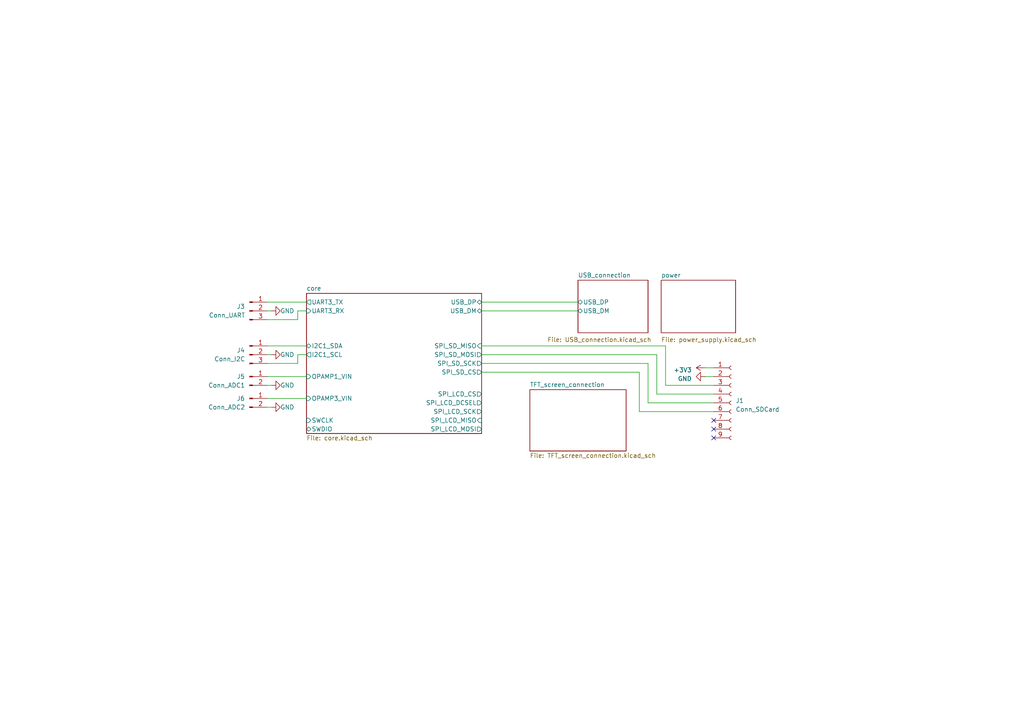
<source format=kicad_sch>
(kicad_sch (version 20230121) (generator eeschema)
  (paper "A4")
  (lib_symbols
    (symbol "Connector:Conn_01x02_Pin" (pin_names (offset 1.016) hide)
      (property "Reference" "J" (at 0 2.54 0))
      (property "Value" "Conn_01x02_Pin" (at 0 -5.08 0))
      (symbol "Conn_01x02_Pin_1_1"
        (polyline (pts (xy 1.27 -2.54) (xy 0.8636 -2.54)) (stroke (width 0.1524)))
        (polyline (pts (xy 1.27 0) (xy 0.8636 0)) (stroke (width 0.1524)))
        (rectangle (start 0.8636 -2.413) (end 0 -2.667) (stroke (width 0.1524)) (fill (type outline)))
        (rectangle (start 0.8636 0.127) (end 0 -0.127) (stroke (width 0.1524)) (fill (type outline)))
        (pin passive line (at 5.08 0 180) (length 3.81) (name "Pin_1") (number "1"))
        (pin passive line (at 5.08 -2.54 180) (length 3.81) (name "Pin_2") (number "2"))
      )
    )
    (symbol "Connector:Conn_01x03_Pin" (pin_names (offset 1.016) hide)
      (property "Reference" "J" (at 0 5.08 0))
      (property "Value" "Conn_01x03_Pin" (at 0 -5.08 0))
      (symbol "Conn_01x03_Pin_1_1"
        (polyline (pts (xy 1.27 -2.54) (xy 0.8636 -2.54)) (stroke (width 0.1524)))
        (polyline (pts (xy 1.27 0) (xy 0.8636 0)) (stroke (width 0.1524)))
        (polyline (pts (xy 1.27 2.54) (xy 0.8636 2.54)) (stroke (width 0.1524)))
        (rectangle (start 0.8636 -2.413) (end 0 -2.667) (stroke (width 0.1524)) (fill (type outline)))
        (rectangle (start 0.8636 0.127) (end 0 -0.127) (stroke (width 0.1524)) (fill (type outline)))
        (rectangle (start 0.8636 2.667) (end 0 2.413) (stroke (width 0.1524)) (fill (type outline)))
        (pin passive line (at 5.08 2.54 180) (length 3.81) (name "Pin_1") (number "1"))
        (pin passive line (at 5.08 0 180) (length 3.81) (name "Pin_2") (number "2"))
        (pin passive line (at 5.08 -2.54 180) (length 3.81) (name "Pin_3") (number "3"))
      )
    )
    (symbol "Connector:Conn_01x09_Socket" (pin_names (offset 1.016) hide)
      (property "Reference" "J" (at 0 12.7 0))
      (property "Value" "Conn_01x09_Socket" (at 0 -12.7 0))
      (symbol "Conn_01x09_Socket_1_1"
        (arc (start 0 -9.652) (mid -0.5058 -10.16) (end 0 -10.668) (stroke (width 0.1524)))
        (arc (start 0 -7.112) (mid -0.5058 -7.62) (end 0 -8.128) (stroke (width 0.1524)))
        (arc (start 0 -4.572) (mid -0.5058 -5.08) (end 0 -5.588) (stroke (width 0.1524)))
        (arc (start 0 -2.032) (mid -0.5058 -2.54) (end 0 -3.048) (stroke (width 0.1524)))
        (polyline (pts (xy -1.27 -10.16) (xy -0.508 -10.16)) (stroke (width 0.1524)))
        (polyline (pts (xy -1.27 -7.62) (xy -0.508 -7.62)) (stroke (width 0.1524)))
        (polyline (pts (xy -1.27 -5.08) (xy -0.508 -5.08)) (stroke (width 0.1524)))
        (polyline (pts (xy -1.27 -2.54) (xy -0.508 -2.54)) (stroke (width 0.1524)))
        (polyline (pts (xy -1.27 0) (xy -0.508 0)) (stroke (width 0.1524)))
        (polyline (pts (xy -1.27 2.54) (xy -0.508 2.54)) (stroke (width 0.1524)))
        (polyline (pts (xy -1.27 5.08) (xy -0.508 5.08)) (stroke (width 0.1524)))
        (polyline (pts (xy -1.27 7.62) (xy -0.508 7.62)) (stroke (width 0.1524)))
        (polyline (pts (xy -1.27 10.16) (xy -0.508 10.16)) (stroke (width 0.1524)))
        (arc (start 0 0.508) (mid -0.5058 0) (end 0 -0.508) (stroke (width 0.1524)))
        (arc (start 0 3.048) (mid -0.5058 2.54) (end 0 2.032) (stroke (width 0.1524)))
        (arc (start 0 5.588) (mid -0.5058 5.08) (end 0 4.572) (stroke (width 0.1524)))
        (arc (start 0 8.128) (mid -0.5058 7.62) (end 0 7.112) (stroke (width 0.1524)))
        (arc (start 0 10.668) (mid -0.5058 10.16) (end 0 9.652) (stroke (width 0.1524)))
        (pin passive line (at -5.08 10.16 0) (length 3.81) (name "Pin_1") (number "1"))
        (pin passive line (at -5.08 7.62 0) (length 3.81) (name "Pin_2") (number "2"))
        (pin passive line (at -5.08 5.08 0) (length 3.81) (name "Pin_3") (number "3"))
        (pin passive line (at -5.08 2.54 0) (length 3.81) (name "Pin_4") (number "4"))
        (pin passive line (at -5.08 0 0) (length 3.81) (name "Pin_5") (number "5"))
        (pin passive line (at -5.08 -2.54 0) (length 3.81) (name "Pin_6") (number "6"))
        (pin passive line (at -5.08 -5.08 0) (length 3.81) (name "Pin_7") (number "7"))
        (pin passive line (at -5.08 -7.62 0) (length 3.81) (name "Pin_8") (number "8"))
        (pin passive line (at -5.08 -10.16 0) (length 3.81) (name "Pin_9") (number "9"))
      )
    )
    (symbol "power:+3V3" (power) (pin_names (offset 0))
      (property "Value" "+3V3" (at 0 3.556 0))
      (symbol "+3V3_0_1"
        (polyline (pts (xy -0.762 1.27) (xy 0 2.54)))
        (polyline (pts (xy 0 0) (xy 0 2.54)))
        (polyline (pts (xy 0 2.54) (xy 0.762 1.27)))
      )
      (symbol "+3V3_1_1"
        (pin power_in line (at 0 0 90) (length 0) hide (name "+3V3") (number "1"))
      )
    )
    (symbol "power:GND" (power) (pin_names (offset 0))
      (property "Value" "GND" (at 0 -3.81 0))
      (symbol "GND_0_1"
        (polyline (pts (xy 0 0) (xy 0 -1.27) (xy 1.27 -1.27) (xy 0 -2.54) (xy -1.27 -1.27) (xy 0 -1.27)))
      )
      (symbol "GND_1_1"
        (pin power_in line (at 0 0 270) (length 0) hide (name "GND") (number "1"))
      )
    )
  )
  (no_connect (at 207.01 124.46))
  (no_connect (at 207.01 121.92))
  (no_connect (at 207.01 127))
  (wire (pts (xy 185.42 119.38) (xy 185.42 107.95)))
  (wire (pts (xy 78.74 90.17) (xy 77.47 90.17)))
  (wire (pts (xy 88.9 102.87) (xy 86.36 102.87)))
  (wire (pts (xy 190.5 114.3) (xy 207.01 114.3)))
  (wire (pts (xy 86.36 105.41) (xy 77.47 105.41)))
  (wire (pts (xy 77.47 109.22) (xy 88.9 109.22)))
  (wire (pts (xy 193.04 111.76) (xy 207.01 111.76)))
  (wire (pts (xy 86.36 102.87) (xy 86.36 105.41)))
  (wire (pts (xy 193.04 100.33) (xy 139.7 100.33)))
  (wire (pts (xy 139.7 107.95) (xy 185.42 107.95)))
  (wire (pts (xy 204.47 106.68) (xy 207.01 106.68)))
  (wire (pts (xy 187.96 105.41) (xy 187.96 116.84)))
  (wire (pts (xy 139.7 87.63) (xy 167.64 87.63)))
  (wire (pts (xy 88.9 90.17) (xy 86.36 90.17)))
  (wire (pts (xy 139.7 105.41) (xy 187.96 105.41)))
  (wire (pts (xy 187.96 116.84) (xy 207.01 116.84)))
  (wire (pts (xy 77.47 115.57) (xy 88.9 115.57)))
  (wire (pts (xy 77.47 100.33) (xy 88.9 100.33)))
  (wire (pts (xy 193.04 111.76) (xy 193.04 100.33)))
  (wire (pts (xy 77.47 87.63) (xy 88.9 87.63)))
  (wire (pts (xy 86.36 90.17) (xy 86.36 92.71)))
  (wire (pts (xy 78.74 118.11) (xy 77.47 118.11)))
  (wire (pts (xy 78.74 102.87) (xy 77.47 102.87)))
  (wire (pts (xy 204.47 109.22) (xy 207.01 109.22)))
  (wire (pts (xy 78.74 111.76) (xy 77.47 111.76)))
  (wire (pts (xy 139.7 102.87) (xy 190.5 102.87)))
  (wire (pts (xy 190.5 102.87) (xy 190.5 114.3)))
  (wire (pts (xy 185.42 119.38) (xy 207.01 119.38)))
  (wire (pts (xy 139.7 90.17) (xy 167.64 90.17)))
  (wire (pts (xy 86.36 92.71) (xy 77.47 92.71)))
  (symbol (lib_id "Connector:Conn_01x02_Pin") (at 72.39 115.57 0) (unit 1)
    (property "Reference" "J6" (at 69.85 115.57 0))
    (property "Value" "Conn_ADC2" (at 71.12 118.11 0) (effects (justify right)))
    (property "Footprint" "Connector_PinHeader_2.54mm:PinHeader_1x02_P2.54mm_Horizontal" (effects hide))
  )
  (symbol (lib_id "power:GND") (at 78.74 111.76 90) (unit 1)
    (property "Reference" "#PWR015" (effects hide))
    (property "Value" "GND" (at 81.28 111.76 90) (effects (justify right)))
  )
  (symbol (lib_id "Connector:Conn_01x03_Pin") (at 72.39 90.17 0) (unit 1)
    (property "Reference" "J3" (at 69.85 88.9 0))
    (property "Value" "Conn_UART" (at 71.12 91.44 0) (effects (justify right)))
    (property "Footprint" "Connector_PinSocket_2.54mm:PinSocket_1x03_P2.54mm_Horizontal" (effects hide))
  )
  (symbol (lib_id "power:GND") (at 204.47 109.22 270) (unit 1)
    (property "Reference" "#PWR07" (effects hide))
    (property "Value" "GND" (at 200.66 109.855 90) (effects (justify right)))
  )
  (symbol (lib_id "Connector:Conn_01x09_Socket") (at 212.09 116.84 0) (unit 1)
    (property "Reference" "J1" (at 213.36 116.205 0) (effects (justify left)))
    (property "Value" "Conn_SDCard" (at 213.36 118.745 0) (effects (justify left)))
    (property "Footprint" "Connector_PinSocket_2.54mm:PinSocket_1x09_P2.54mm_Vertical" (effects hide))
  )
  (symbol (lib_id "Connector:Conn_01x03_Pin") (at 72.39 102.87 0) (unit 1)
    (property "Reference" "J4" (at 69.85 101.6 0))
    (property "Value" "Conn_I2C" (at 71.12 104.14 0) (effects (justify right)))
    (property "Footprint" "Connector_PinSocket_2.54mm:PinSocket_1x03_P2.54mm_Horizontal" (effects hide))
  )
  (symbol (lib_id "power:GND") (at 78.74 102.87 90) (unit 1)
    (property "Reference" "#PWR014" (effects hide))
    (property "Value" "GND" (at 81.28 102.87 90) (effects (justify right)))
  )
  (symbol (lib_id "power:+3V3") (at 204.47 106.68 90) (unit 1)
    (property "Reference" "#PWR08" (effects hide))
    (property "Value" "+3V3" (at 200.66 107.315 90) (effects (justify left)))
  )
  (symbol (lib_id "Connector:Conn_01x02_Pin") (at 72.39 109.22 0) (unit 1)
    (property "Reference" "J5" (at 69.85 109.22 0))
    (property "Value" "Conn_ADC1" (at 71.12 111.76 0) (effects (justify right)))
    (property "Footprint" "Connector_PinHeader_2.54mm:PinHeader_1x02_P2.54mm_Horizontal" (effects hide))
  )
  (symbol (lib_id "power:GND") (at 78.74 118.11 90) (unit 1)
    (property "Reference" "#PWR016" (effects hide))
    (property "Value" "GND" (at 81.28 118.11 90) (effects (justify right)))
  )
  (symbol (lib_id "power:GND") (at 78.74 90.17 90) (unit 1)
    (property "Reference" "#PWR013" (effects hide))
    (property "Value" "GND" (at 81.28 90.17 90) (effects (justify right)))
  )
  (sheet (at 153.67 113.03) (size 27.94 17.78) (stroke (width 0.1524))
    (property "Sheetname" "TFT_screen_connection" (at 153.67 112.3184 0) (effects (justify left bottom)))
    (property "Sheetfile" "TFT_screen_connection.kicad_sch" (at 153.67 131.3946 0) (effects (justify left top)))
  )
  (sheet (at 88.9 85.09) (size 50.8 40.64) (stroke (width 0.1524))
    (property "Sheetname" "core" (at 88.9 84.3784 0) (effects (justify left bottom)))
    (property "Sheetfile" "core.kicad_sch" (at 88.9 126.3146 0) (effects (justify left top)))
    (pin "I2C1_SDA" bidirectional (at 88.9 100.33 180))
    (pin "I2C1_SCL" output (at 88.9 102.87 180))
    (pin "SPI_SD_SCK" output (at 139.7 105.41 0))
    (pin "SPI_SD_MISO" input (at 139.7 100.33 0))
    (pin "SPI_SD_MOSI" output (at 139.7 102.87 0))
    (pin "USB_DP" bidirectional (at 139.7 87.63 0))
    (pin "SWCLK" input (at 88.9 121.92 180))
    (pin "SWDIO" bidirectional (at 88.9 124.46 180))
    (pin "USB_DM" bidirectional (at 139.7 90.17 0))
    (pin "SPI_LCD_SCK" output (at 139.7 119.38 0))
    (pin "SPI_LCD_MISO" input (at 139.7 121.92 0))
    (pin "SPI_LCD_MOSI" output (at 139.7 124.46 0))
    (pin "SPI_LCD_DCSEL" output (at 139.7 116.84 0))
    (pin "SPI_LCD_CS" output (at 139.7 114.3 0))
    (pin "OPAMP1_VIN" input (at 88.9 109.22 180))
    (pin "SPI_SD_CS" output (at 139.7 107.95 0))
    (pin "UART3_TX" output (at 88.9 87.63 180))
    (pin "UART3_RX" input (at 88.9 90.17 180))
    (pin "OPAMP3_VIN" input (at 88.9 115.57 180))
  )
  (sheet (at 191.77 81.28) (size 21.59 15.24) (stroke (width 0.1524))
    (property "Sheetname" "power" (at 191.77 80.5684 0) (effects (justify left bottom)))
    (property "Sheetfile" "power_supply.kicad_sch" (at 191.77 97.79 0) (effects (justify left top)))
  )
  (sheet (at 167.64 81.28) (size 20.32 15.24) (stroke (width 0.1524))
    (property "Sheetname" "USB_connection" (at 167.64 80.5684 0) (effects (justify left bottom)))
    (property "Sheetfile" "USB_connection.kicad_sch" (at 158.75 97.79 0) (effects (justify left top)))
    (pin "USB_DM" bidirectional (at 167.64 90.17 180))
    (pin "USB_DP" bidirectional (at 167.64 87.63 180))
  )
)
</source>
